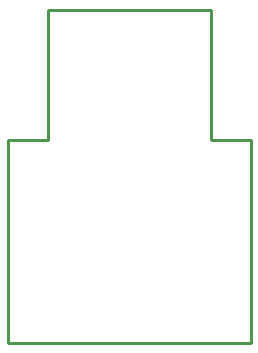
<source format=gko>
%FSLAX25Y25*%
%MOIN*%
G70*
G01*
G75*
G04 Layer_Color=16711935*
%ADD10C,0.06000*%
%ADD11C,0.01000*%
%ADD12R,0.05000X0.05000*%
%ADD13C,0.05000*%
%ADD14R,0.30000X0.40000*%
%ADD15C,0.06800*%
%ADD16R,0.05800X0.05800*%
%ADD17C,0.05800*%
D11*
X190496Y375634D02*
X244827D01*
X190496Y332327D02*
Y375634D01*
X244827Y332327D02*
Y375634D01*
Y332327D02*
X258213D01*
X177110D02*
X190496D01*
X258213Y264610D02*
Y332327D01*
X177110Y264610D02*
Y332327D01*
Y264610D02*
X258213D01*
M02*

</source>
